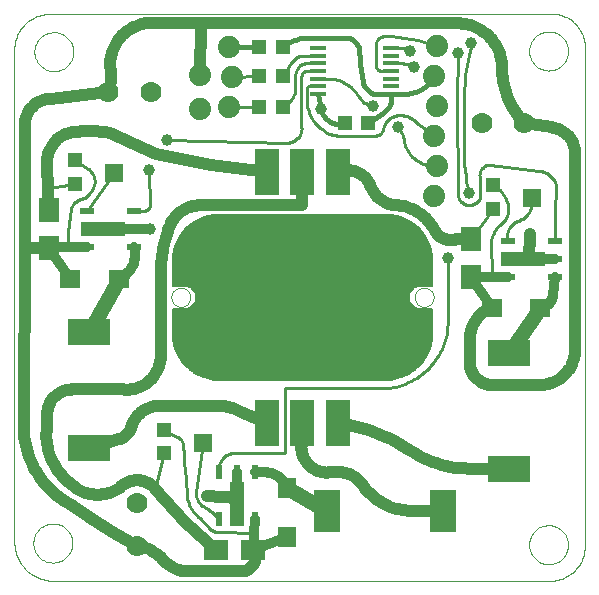
<source format=gtl>
G75*
G70*
%OFA0B0*%
%FSLAX24Y24*%
%IPPOS*%
%LPD*%
%AMOC8*
5,1,8,0,0,1.08239X$1,22.5*
%
%ADD10C,0.0000*%
%ADD11R,0.1417X0.0866*%
%ADD12R,0.0709X0.0630*%
%ADD13R,0.0709X0.0787*%
%ADD14C,0.0700*%
%ADD15R,0.0472X0.0197*%
%ADD16R,0.1496X0.0512*%
%ADD17R,0.0866X0.1417*%
%ADD18R,0.0630X0.0709*%
%ADD19R,0.0787X0.0709*%
%ADD20R,0.0197X0.0472*%
%ADD21R,0.0512X0.1496*%
%ADD22C,0.0050*%
%ADD23R,0.0787X0.1575*%
%ADD24R,0.0571X0.0157*%
%ADD25R,0.0472X0.0472*%
%ADD26C,0.0740*%
%ADD27R,0.0591X0.0630*%
%ADD28C,0.0396*%
%ADD29C,0.0320*%
%ADD30C,0.0400*%
%ADD31C,0.0160*%
%ADD32C,0.0100*%
%ADD33C,0.0500*%
%ADD34C,0.0945*%
D10*
X002197Y001169D02*
X018827Y001169D01*
X018828Y001169D02*
X018893Y001175D01*
X018958Y001185D01*
X019022Y001198D01*
X019085Y001215D01*
X019147Y001236D01*
X019208Y001260D01*
X019267Y001287D01*
X019325Y001318D01*
X019381Y001352D01*
X019435Y001389D01*
X019487Y001429D01*
X019537Y001472D01*
X019584Y001517D01*
X019628Y001565D01*
X019670Y001616D01*
X019708Y001669D01*
X019744Y001723D01*
X019777Y001780D01*
X019806Y001839D01*
X019832Y001899D01*
X019855Y001960D01*
X019874Y002023D01*
X019890Y002086D01*
X019902Y002151D01*
X019910Y002216D01*
X019915Y002281D01*
X019916Y002346D01*
X019913Y002412D01*
X019913Y018974D01*
X019911Y019037D01*
X019906Y019101D01*
X019896Y019164D01*
X019884Y019226D01*
X019867Y019287D01*
X019847Y019348D01*
X019824Y019407D01*
X019797Y019465D01*
X019767Y019520D01*
X019733Y019575D01*
X019697Y019627D01*
X019657Y019677D01*
X019615Y019724D01*
X019570Y019769D01*
X019523Y019811D01*
X019473Y019851D01*
X019421Y019887D01*
X019366Y019921D01*
X019311Y019951D01*
X019253Y019978D01*
X019194Y020001D01*
X019133Y020021D01*
X019072Y020038D01*
X019010Y020050D01*
X018947Y020060D01*
X018883Y020065D01*
X018820Y020067D01*
X002057Y020067D01*
X002057Y020066D02*
X001989Y020062D01*
X001923Y020054D01*
X001856Y020043D01*
X001791Y020028D01*
X001726Y020009D01*
X001663Y019986D01*
X001601Y019960D01*
X001540Y019931D01*
X001481Y019898D01*
X001425Y019862D01*
X001370Y019822D01*
X001317Y019780D01*
X001267Y019735D01*
X001220Y019687D01*
X001175Y019637D01*
X001134Y019584D01*
X001095Y019529D01*
X001060Y019472D01*
X001027Y019413D01*
X000998Y019352D01*
X000973Y019290D01*
X000951Y019226D01*
X000933Y019161D01*
X000918Y019096D01*
X000907Y019029D01*
X000900Y018962D01*
X000896Y018895D01*
X000897Y018828D01*
X000897Y002469D01*
X001529Y002427D02*
X001531Y002477D01*
X001537Y002527D01*
X001547Y002577D01*
X001560Y002625D01*
X001577Y002673D01*
X001598Y002719D01*
X001622Y002763D01*
X001650Y002805D01*
X001681Y002845D01*
X001715Y002882D01*
X001752Y002917D01*
X001791Y002948D01*
X001832Y002977D01*
X001876Y003002D01*
X001922Y003024D01*
X001969Y003042D01*
X002017Y003056D01*
X002066Y003067D01*
X002116Y003074D01*
X002166Y003077D01*
X002217Y003076D01*
X002267Y003071D01*
X002317Y003062D01*
X002365Y003050D01*
X002413Y003033D01*
X002459Y003013D01*
X002504Y002990D01*
X002547Y002963D01*
X002587Y002933D01*
X002625Y002900D01*
X002660Y002864D01*
X002693Y002825D01*
X002722Y002784D01*
X002748Y002741D01*
X002771Y002696D01*
X002790Y002649D01*
X002805Y002601D01*
X002817Y002552D01*
X002825Y002502D01*
X002829Y002452D01*
X002829Y002402D01*
X002825Y002352D01*
X002817Y002302D01*
X002805Y002253D01*
X002790Y002205D01*
X002771Y002158D01*
X002748Y002113D01*
X002722Y002070D01*
X002693Y002029D01*
X002660Y001990D01*
X002625Y001954D01*
X002587Y001921D01*
X002547Y001891D01*
X002504Y001864D01*
X002459Y001841D01*
X002413Y001821D01*
X002365Y001804D01*
X002317Y001792D01*
X002267Y001783D01*
X002217Y001778D01*
X002166Y001777D01*
X002116Y001780D01*
X002066Y001787D01*
X002017Y001798D01*
X001969Y001812D01*
X001922Y001830D01*
X001876Y001852D01*
X001832Y001877D01*
X001791Y001906D01*
X001752Y001937D01*
X001715Y001972D01*
X001681Y002009D01*
X001650Y002049D01*
X001622Y002091D01*
X001598Y002135D01*
X001577Y002181D01*
X001560Y002229D01*
X001547Y002277D01*
X001537Y002327D01*
X001531Y002377D01*
X001529Y002427D01*
X000897Y002469D02*
X000899Y002399D01*
X000905Y002328D01*
X000914Y002259D01*
X000927Y002190D01*
X000944Y002121D01*
X000965Y002054D01*
X000989Y001988D01*
X001017Y001923D01*
X001048Y001860D01*
X001083Y001799D01*
X001121Y001739D01*
X001162Y001682D01*
X001206Y001627D01*
X001253Y001575D01*
X001303Y001525D01*
X001355Y001478D01*
X001410Y001434D01*
X001467Y001393D01*
X001527Y001355D01*
X001588Y001320D01*
X001651Y001289D01*
X001716Y001261D01*
X001782Y001237D01*
X001849Y001216D01*
X001918Y001199D01*
X001987Y001186D01*
X002056Y001177D01*
X002127Y001171D01*
X002197Y001169D01*
X006133Y010618D02*
X006135Y010653D01*
X006141Y010688D01*
X006151Y010722D01*
X006164Y010755D01*
X006181Y010786D01*
X006202Y010814D01*
X006225Y010841D01*
X006252Y010864D01*
X006280Y010885D01*
X006311Y010902D01*
X006344Y010915D01*
X006378Y010925D01*
X006413Y010931D01*
X006448Y010933D01*
X006483Y010931D01*
X006518Y010925D01*
X006552Y010915D01*
X006585Y010902D01*
X006616Y010885D01*
X006644Y010864D01*
X006671Y010841D01*
X006694Y010814D01*
X006715Y010786D01*
X006732Y010755D01*
X006745Y010722D01*
X006755Y010688D01*
X006761Y010653D01*
X006763Y010618D01*
X006761Y010583D01*
X006755Y010548D01*
X006745Y010514D01*
X006732Y010481D01*
X006715Y010450D01*
X006694Y010422D01*
X006671Y010395D01*
X006644Y010372D01*
X006616Y010351D01*
X006585Y010334D01*
X006552Y010321D01*
X006518Y010311D01*
X006483Y010305D01*
X006448Y010303D01*
X006413Y010305D01*
X006378Y010311D01*
X006344Y010321D01*
X006311Y010334D01*
X006280Y010351D01*
X006252Y010372D01*
X006225Y010395D01*
X006202Y010422D01*
X006181Y010450D01*
X006164Y010481D01*
X006151Y010514D01*
X006141Y010548D01*
X006135Y010583D01*
X006133Y010618D01*
X001568Y018805D02*
X001570Y018855D01*
X001576Y018905D01*
X001586Y018955D01*
X001599Y019003D01*
X001616Y019051D01*
X001637Y019097D01*
X001661Y019141D01*
X001689Y019183D01*
X001720Y019223D01*
X001754Y019260D01*
X001791Y019295D01*
X001830Y019326D01*
X001871Y019355D01*
X001915Y019380D01*
X001961Y019402D01*
X002008Y019420D01*
X002056Y019434D01*
X002105Y019445D01*
X002155Y019452D01*
X002205Y019455D01*
X002256Y019454D01*
X002306Y019449D01*
X002356Y019440D01*
X002404Y019428D01*
X002452Y019411D01*
X002498Y019391D01*
X002543Y019368D01*
X002586Y019341D01*
X002626Y019311D01*
X002664Y019278D01*
X002699Y019242D01*
X002732Y019203D01*
X002761Y019162D01*
X002787Y019119D01*
X002810Y019074D01*
X002829Y019027D01*
X002844Y018979D01*
X002856Y018930D01*
X002864Y018880D01*
X002868Y018830D01*
X002868Y018780D01*
X002864Y018730D01*
X002856Y018680D01*
X002844Y018631D01*
X002829Y018583D01*
X002810Y018536D01*
X002787Y018491D01*
X002761Y018448D01*
X002732Y018407D01*
X002699Y018368D01*
X002664Y018332D01*
X002626Y018299D01*
X002586Y018269D01*
X002543Y018242D01*
X002498Y018219D01*
X002452Y018199D01*
X002404Y018182D01*
X002356Y018170D01*
X002306Y018161D01*
X002256Y018156D01*
X002205Y018155D01*
X002155Y018158D01*
X002105Y018165D01*
X002056Y018176D01*
X002008Y018190D01*
X001961Y018208D01*
X001915Y018230D01*
X001871Y018255D01*
X001830Y018284D01*
X001791Y018315D01*
X001754Y018350D01*
X001720Y018387D01*
X001689Y018427D01*
X001661Y018469D01*
X001637Y018513D01*
X001616Y018559D01*
X001599Y018607D01*
X001586Y018655D01*
X001576Y018705D01*
X001570Y018755D01*
X001568Y018805D01*
X014243Y010618D02*
X014245Y010653D01*
X014251Y010688D01*
X014261Y010722D01*
X014274Y010755D01*
X014291Y010786D01*
X014312Y010814D01*
X014335Y010841D01*
X014362Y010864D01*
X014390Y010885D01*
X014421Y010902D01*
X014454Y010915D01*
X014488Y010925D01*
X014523Y010931D01*
X014558Y010933D01*
X014593Y010931D01*
X014628Y010925D01*
X014662Y010915D01*
X014695Y010902D01*
X014726Y010885D01*
X014754Y010864D01*
X014781Y010841D01*
X014804Y010814D01*
X014825Y010786D01*
X014842Y010755D01*
X014855Y010722D01*
X014865Y010688D01*
X014871Y010653D01*
X014873Y010618D01*
X014871Y010583D01*
X014865Y010548D01*
X014855Y010514D01*
X014842Y010481D01*
X014825Y010450D01*
X014804Y010422D01*
X014781Y010395D01*
X014754Y010372D01*
X014726Y010351D01*
X014695Y010334D01*
X014662Y010321D01*
X014628Y010311D01*
X014593Y010305D01*
X014558Y010303D01*
X014523Y010305D01*
X014488Y010311D01*
X014454Y010321D01*
X014421Y010334D01*
X014390Y010351D01*
X014362Y010372D01*
X014335Y010395D01*
X014312Y010422D01*
X014291Y010450D01*
X014274Y010481D01*
X014261Y010514D01*
X014251Y010548D01*
X014245Y010583D01*
X014243Y010618D01*
X018056Y018829D02*
X018058Y018879D01*
X018064Y018929D01*
X018074Y018979D01*
X018087Y019027D01*
X018104Y019075D01*
X018125Y019121D01*
X018149Y019165D01*
X018177Y019207D01*
X018208Y019247D01*
X018242Y019284D01*
X018279Y019319D01*
X018318Y019350D01*
X018359Y019379D01*
X018403Y019404D01*
X018449Y019426D01*
X018496Y019444D01*
X018544Y019458D01*
X018593Y019469D01*
X018643Y019476D01*
X018693Y019479D01*
X018744Y019478D01*
X018794Y019473D01*
X018844Y019464D01*
X018892Y019452D01*
X018940Y019435D01*
X018986Y019415D01*
X019031Y019392D01*
X019074Y019365D01*
X019114Y019335D01*
X019152Y019302D01*
X019187Y019266D01*
X019220Y019227D01*
X019249Y019186D01*
X019275Y019143D01*
X019298Y019098D01*
X019317Y019051D01*
X019332Y019003D01*
X019344Y018954D01*
X019352Y018904D01*
X019356Y018854D01*
X019356Y018804D01*
X019352Y018754D01*
X019344Y018704D01*
X019332Y018655D01*
X019317Y018607D01*
X019298Y018560D01*
X019275Y018515D01*
X019249Y018472D01*
X019220Y018431D01*
X019187Y018392D01*
X019152Y018356D01*
X019114Y018323D01*
X019074Y018293D01*
X019031Y018266D01*
X018986Y018243D01*
X018940Y018223D01*
X018892Y018206D01*
X018844Y018194D01*
X018794Y018185D01*
X018744Y018180D01*
X018693Y018179D01*
X018643Y018182D01*
X018593Y018189D01*
X018544Y018200D01*
X018496Y018214D01*
X018449Y018232D01*
X018403Y018254D01*
X018359Y018279D01*
X018318Y018308D01*
X018279Y018339D01*
X018242Y018374D01*
X018208Y018411D01*
X018177Y018451D01*
X018149Y018493D01*
X018125Y018537D01*
X018104Y018583D01*
X018087Y018631D01*
X018074Y018679D01*
X018064Y018729D01*
X018058Y018779D01*
X018056Y018829D01*
X018056Y002372D02*
X018058Y002422D01*
X018064Y002472D01*
X018074Y002522D01*
X018087Y002570D01*
X018104Y002618D01*
X018125Y002664D01*
X018149Y002708D01*
X018177Y002750D01*
X018208Y002790D01*
X018242Y002827D01*
X018279Y002862D01*
X018318Y002893D01*
X018359Y002922D01*
X018403Y002947D01*
X018449Y002969D01*
X018496Y002987D01*
X018544Y003001D01*
X018593Y003012D01*
X018643Y003019D01*
X018693Y003022D01*
X018744Y003021D01*
X018794Y003016D01*
X018844Y003007D01*
X018892Y002995D01*
X018940Y002978D01*
X018986Y002958D01*
X019031Y002935D01*
X019074Y002908D01*
X019114Y002878D01*
X019152Y002845D01*
X019187Y002809D01*
X019220Y002770D01*
X019249Y002729D01*
X019275Y002686D01*
X019298Y002641D01*
X019317Y002594D01*
X019332Y002546D01*
X019344Y002497D01*
X019352Y002447D01*
X019356Y002397D01*
X019356Y002347D01*
X019352Y002297D01*
X019344Y002247D01*
X019332Y002198D01*
X019317Y002150D01*
X019298Y002103D01*
X019275Y002058D01*
X019249Y002015D01*
X019220Y001974D01*
X019187Y001935D01*
X019152Y001899D01*
X019114Y001866D01*
X019074Y001836D01*
X019031Y001809D01*
X018986Y001786D01*
X018940Y001766D01*
X018892Y001749D01*
X018844Y001737D01*
X018794Y001728D01*
X018744Y001723D01*
X018693Y001722D01*
X018643Y001725D01*
X018593Y001732D01*
X018544Y001743D01*
X018496Y001757D01*
X018449Y001775D01*
X018403Y001797D01*
X018359Y001822D01*
X018318Y001851D01*
X018279Y001882D01*
X018242Y001917D01*
X018208Y001954D01*
X018177Y001994D01*
X018149Y002036D01*
X018125Y002080D01*
X018104Y002126D01*
X018087Y002174D01*
X018074Y002222D01*
X018064Y002272D01*
X018058Y002322D01*
X018056Y002372D01*
D11*
X017390Y004908D03*
X017390Y008766D03*
X003386Y009467D03*
X003386Y005609D03*
D12*
X002762Y011230D03*
X004377Y011230D03*
X016806Y010261D03*
X018420Y010261D03*
D13*
X016109Y011293D03*
X016109Y012553D03*
X002062Y012253D03*
X002062Y013513D03*
D14*
X004029Y017455D03*
X005447Y017455D03*
X016474Y016441D03*
X017891Y016441D03*
X004995Y003759D03*
X004995Y002342D03*
D15*
X004900Y012309D03*
X004900Y012899D03*
X004900Y013490D03*
X003325Y013490D03*
X003325Y012309D03*
X017341Y012494D03*
X017341Y011312D03*
X018916Y011312D03*
X018916Y011903D03*
X018916Y012494D03*
D16*
X017853Y011903D03*
X003837Y012899D03*
D17*
X011316Y003489D03*
X015174Y003489D03*
D18*
X009994Y004259D03*
X009994Y002645D03*
D19*
X008868Y002196D03*
X007608Y002196D03*
D20*
X007734Y003216D03*
X008915Y003216D03*
X008915Y004790D03*
X008325Y004790D03*
X007734Y004790D03*
D21*
X008325Y003727D03*
D22*
X007747Y007862D02*
X007542Y007876D01*
X007340Y007916D01*
X007145Y007982D01*
X006960Y008073D01*
X006789Y008187D01*
X006634Y008323D01*
X006498Y008478D01*
X006384Y008649D01*
X006292Y008834D01*
X006226Y009029D01*
X006186Y009231D01*
X006173Y009437D01*
X006173Y010224D01*
X006566Y010224D01*
X006639Y010231D01*
X006709Y010251D01*
X006774Y010283D01*
X006832Y010327D01*
X006880Y010381D01*
X006919Y010442D01*
X006945Y010510D01*
X006958Y010582D01*
X006958Y010654D01*
X006945Y010726D01*
X006919Y010793D01*
X006880Y010855D01*
X006832Y010909D01*
X006774Y010953D01*
X006709Y010985D01*
X006639Y011005D01*
X006566Y011012D01*
X006173Y011012D01*
X006173Y011799D01*
X006186Y012005D01*
X006226Y012207D01*
X006292Y012402D01*
X006384Y012586D01*
X006498Y012758D01*
X006634Y012913D01*
X006789Y013048D01*
X006960Y013163D01*
X007145Y013254D01*
X007340Y013320D01*
X007542Y013360D01*
X007747Y013374D01*
X013259Y013374D01*
X013465Y013360D01*
X013667Y013320D01*
X013862Y013254D01*
X014047Y013163D01*
X014218Y013048D01*
X014373Y012913D01*
X014509Y012758D01*
X014623Y012586D01*
X014714Y012402D01*
X014780Y012207D01*
X014821Y012005D01*
X014834Y011799D01*
X014834Y011012D01*
X014440Y011012D01*
X014368Y011005D01*
X014298Y010985D01*
X014233Y010953D01*
X014175Y010909D01*
X014126Y010855D01*
X014088Y010793D01*
X014062Y010726D01*
X014048Y010654D01*
X014048Y010582D01*
X014062Y010510D01*
X014088Y010442D01*
X014126Y010381D01*
X014175Y010327D01*
X014233Y010283D01*
X014298Y010251D01*
X014368Y010231D01*
X014440Y010224D01*
X014834Y010224D01*
X014834Y009437D01*
X014821Y009231D01*
X014780Y009029D01*
X014714Y008834D01*
X014623Y008649D01*
X014509Y008478D01*
X014373Y008323D01*
X014218Y008187D01*
X014047Y008073D01*
X013862Y007982D01*
X013667Y007916D01*
X013465Y007876D01*
X013259Y007862D01*
X007747Y007862D01*
X007655Y007868D02*
X013352Y007868D01*
X013670Y007917D02*
X007337Y007917D01*
X007194Y007965D02*
X013813Y007965D01*
X013926Y008014D02*
X007080Y008014D01*
X006982Y008062D02*
X014025Y008062D01*
X014103Y008111D02*
X006903Y008111D01*
X006831Y008159D02*
X014176Y008159D01*
X014241Y008208D02*
X006765Y008208D01*
X006710Y008256D02*
X014297Y008256D01*
X014352Y008305D02*
X006655Y008305D01*
X006607Y008354D02*
X014399Y008354D01*
X014442Y008402D02*
X006565Y008402D01*
X006522Y008451D02*
X014484Y008451D01*
X014523Y008499D02*
X006484Y008499D01*
X006452Y008548D02*
X014555Y008548D01*
X014588Y008596D02*
X006419Y008596D01*
X006387Y008645D02*
X014620Y008645D01*
X014645Y008693D02*
X006362Y008693D01*
X006338Y008742D02*
X014669Y008742D01*
X014693Y008790D02*
X006314Y008790D01*
X006291Y008839D02*
X014716Y008839D01*
X014732Y008888D02*
X006274Y008888D01*
X006258Y008936D02*
X014749Y008936D01*
X014765Y008985D02*
X006241Y008985D01*
X006226Y009033D02*
X014781Y009033D01*
X014791Y009082D02*
X006216Y009082D01*
X006206Y009130D02*
X014800Y009130D01*
X014810Y009179D02*
X006197Y009179D01*
X006187Y009227D02*
X014820Y009227D01*
X014824Y009276D02*
X006183Y009276D01*
X006180Y009324D02*
X014827Y009324D01*
X014830Y009373D02*
X006177Y009373D01*
X006174Y009421D02*
X014833Y009421D01*
X014834Y009470D02*
X006173Y009470D01*
X006173Y009519D02*
X014834Y009519D01*
X014834Y009567D02*
X006173Y009567D01*
X006173Y009616D02*
X014834Y009616D01*
X014834Y009664D02*
X006173Y009664D01*
X006173Y009713D02*
X014834Y009713D01*
X014834Y009761D02*
X006173Y009761D01*
X006173Y009810D02*
X014834Y009810D01*
X014834Y009858D02*
X006173Y009858D01*
X006173Y009907D02*
X014834Y009907D01*
X014834Y009955D02*
X006173Y009955D01*
X006173Y010004D02*
X014834Y010004D01*
X014834Y010053D02*
X006173Y010053D01*
X006173Y010101D02*
X014834Y010101D01*
X014834Y010150D02*
X006173Y010150D01*
X006173Y010198D02*
X014834Y010198D01*
X014312Y010247D02*
X006694Y010247D01*
X006789Y010295D02*
X014217Y010295D01*
X014160Y010344D02*
X006847Y010344D01*
X006888Y010392D02*
X014119Y010392D01*
X014089Y010441D02*
X006918Y010441D01*
X006937Y010489D02*
X014070Y010489D01*
X014056Y010538D02*
X006950Y010538D01*
X006958Y010587D02*
X014048Y010587D01*
X014048Y010635D02*
X006958Y010635D01*
X006953Y010684D02*
X014054Y010684D01*
X014064Y010732D02*
X006942Y010732D01*
X006924Y010781D02*
X014083Y010781D01*
X014110Y010829D02*
X006897Y010829D01*
X006860Y010878D02*
X014147Y010878D01*
X014198Y010926D02*
X006808Y010926D01*
X006729Y010975D02*
X014278Y010975D01*
X014834Y011023D02*
X006173Y011023D01*
X006173Y011072D02*
X014834Y011072D01*
X014834Y011121D02*
X006173Y011121D01*
X006173Y011169D02*
X014834Y011169D01*
X014834Y011218D02*
X006173Y011218D01*
X006173Y011266D02*
X014834Y011266D01*
X014834Y011315D02*
X006173Y011315D01*
X006173Y011363D02*
X014834Y011363D01*
X014834Y011412D02*
X006173Y011412D01*
X006173Y011460D02*
X014834Y011460D01*
X014834Y011509D02*
X006173Y011509D01*
X006173Y011557D02*
X014834Y011557D01*
X014834Y011606D02*
X006173Y011606D01*
X006173Y011654D02*
X014834Y011654D01*
X014834Y011703D02*
X006173Y011703D01*
X006173Y011752D02*
X014834Y011752D01*
X014834Y011800D02*
X006173Y011800D01*
X006176Y011849D02*
X014831Y011849D01*
X014828Y011897D02*
X006179Y011897D01*
X006182Y011946D02*
X014824Y011946D01*
X014821Y011994D02*
X006185Y011994D01*
X006194Y012043D02*
X014813Y012043D01*
X014803Y012091D02*
X006203Y012091D01*
X006213Y012140D02*
X014794Y012140D01*
X014784Y012188D02*
X006223Y012188D01*
X006237Y012237D02*
X014770Y012237D01*
X014754Y012286D02*
X006253Y012286D01*
X006270Y012334D02*
X014737Y012334D01*
X014721Y012383D02*
X006286Y012383D01*
X006307Y012431D02*
X014700Y012431D01*
X014676Y012480D02*
X006331Y012480D01*
X006355Y012528D02*
X014652Y012528D01*
X014628Y012577D02*
X006379Y012577D01*
X006410Y012625D02*
X014597Y012625D01*
X014565Y012674D02*
X006442Y012674D01*
X006474Y012722D02*
X014532Y012722D01*
X014497Y012771D02*
X006510Y012771D01*
X006552Y012820D02*
X014454Y012820D01*
X014412Y012868D02*
X006595Y012868D01*
X006638Y012917D02*
X014368Y012917D01*
X014313Y012965D02*
X006694Y012965D01*
X006749Y013014D02*
X014257Y013014D01*
X014197Y013062D02*
X006809Y013062D01*
X006882Y013111D02*
X014125Y013111D01*
X014052Y013159D02*
X006955Y013159D01*
X007051Y013208D02*
X013955Y013208D01*
X013855Y013256D02*
X007152Y013256D01*
X007295Y013305D02*
X013712Y013305D01*
X013499Y013354D02*
X007507Y013354D01*
D23*
X009322Y014791D03*
X010503Y014791D03*
X011684Y014791D03*
X011684Y006445D03*
X010503Y006445D03*
X009322Y006445D03*
D24*
X011023Y017397D03*
X011023Y017653D03*
X011023Y017909D03*
X011023Y018165D03*
X011023Y018421D03*
X011023Y018677D03*
X011023Y018933D03*
X013464Y018933D03*
X013464Y018677D03*
X013464Y018421D03*
X013464Y018165D03*
X013464Y017909D03*
X013464Y017653D03*
X013464Y017397D03*
D25*
X012701Y016416D03*
X011914Y016416D03*
X009854Y016967D03*
X009067Y016967D03*
X009064Y017994D03*
X009851Y017994D03*
X009849Y018972D03*
X009061Y018972D03*
X002905Y015185D03*
X002905Y014397D03*
X005897Y006209D03*
X005897Y005421D03*
X016842Y013571D03*
X016842Y014358D03*
D26*
X015002Y015004D03*
X014902Y016004D03*
X015002Y017004D03*
X014902Y018004D03*
X015002Y019004D03*
X014902Y014004D03*
X008046Y016970D03*
X008146Y017970D03*
X008046Y018970D03*
X007098Y018040D03*
X007098Y016900D03*
D27*
X004204Y014752D03*
X007196Y005775D03*
X018141Y013925D03*
D28*
X018102Y012744D03*
X016054Y014083D03*
X015346Y011917D03*
X013692Y016287D03*
X012866Y016996D03*
X014204Y018295D03*
X014086Y018846D03*
X015700Y018768D03*
X016133Y019083D03*
X011125Y016887D03*
X005976Y015875D03*
X005385Y014870D03*
X005428Y012907D03*
X007314Y004004D03*
D29*
X008325Y003925D02*
X008325Y003727D01*
X008325Y003925D02*
X008325Y004790D01*
X008915Y004790D02*
X009199Y004794D01*
X009256Y004793D01*
X009312Y004788D01*
X009368Y004779D01*
X009423Y004767D01*
X009478Y004750D01*
X009531Y004731D01*
X009582Y004707D01*
X009632Y004680D01*
X009680Y004650D01*
X009726Y004617D01*
X009770Y004581D01*
X009811Y004542D01*
X009849Y004500D01*
X009884Y004456D01*
X009917Y004410D01*
X009946Y004361D01*
X009972Y004311D01*
X009994Y004258D01*
X008915Y003216D02*
X008895Y002774D01*
X008868Y002196D01*
X009994Y002645D01*
X016806Y010261D02*
X016109Y011293D01*
X016806Y011304D01*
X017341Y011312D01*
X017853Y011903D02*
X018062Y011903D01*
X018916Y011903D01*
X018916Y011312D02*
X018853Y010702D01*
X018847Y010661D01*
X018837Y010620D01*
X018824Y010581D01*
X018808Y010542D01*
X018789Y010505D01*
X018766Y010470D01*
X018741Y010437D01*
X018713Y010406D01*
X018683Y010378D01*
X018650Y010352D01*
X018615Y010329D01*
X018579Y010309D01*
X018541Y010292D01*
X018501Y010278D01*
X018461Y010268D01*
X018420Y010261D01*
X004916Y012080D02*
X004900Y012309D01*
X004900Y012899D02*
X003837Y012899D01*
X003325Y012309D02*
X002677Y012280D01*
X002062Y012253D01*
X002762Y011230D01*
X004376Y011230D02*
X004429Y011252D01*
X004479Y011278D01*
X004528Y011307D01*
X004575Y011339D01*
X004619Y011375D01*
X004661Y011413D01*
X004700Y011454D01*
X004737Y011497D01*
X004770Y011543D01*
X004801Y011591D01*
X004828Y011641D01*
X004851Y011692D01*
X004872Y011745D01*
X004888Y011800D01*
X004901Y011855D01*
X004911Y011911D01*
X004916Y011967D01*
X004918Y012024D01*
X004916Y012081D01*
X004900Y012899D02*
X005428Y012907D01*
D30*
X005621Y015381D02*
X004086Y016090D01*
X002708Y016090D02*
X002650Y016071D01*
X002593Y016048D01*
X002538Y016022D01*
X002484Y015992D01*
X002433Y015960D01*
X002383Y015924D01*
X002335Y015885D01*
X002290Y015844D01*
X002248Y015800D01*
X002208Y015753D01*
X002171Y015704D01*
X002138Y015653D01*
X002107Y015600D01*
X002079Y015546D01*
X002055Y015489D01*
X002035Y015432D01*
X002018Y015373D01*
X002004Y015313D01*
X001994Y015253D01*
X001988Y015192D01*
X001985Y015131D01*
X001986Y015070D01*
X001991Y015009D01*
X001999Y014948D01*
X001999Y014949D02*
X002029Y014276D01*
X002062Y013513D01*
X002062Y012253D02*
X001251Y012271D01*
X001251Y016366D01*
X001253Y016423D01*
X001258Y016479D01*
X001268Y016535D01*
X001281Y016590D01*
X001297Y016644D01*
X001317Y016697D01*
X001340Y016749D01*
X001367Y016799D01*
X001397Y016847D01*
X001430Y016893D01*
X001466Y016937D01*
X001505Y016978D01*
X001546Y017017D01*
X001590Y017053D01*
X001636Y017086D01*
X001684Y017116D01*
X001734Y017143D01*
X001786Y017166D01*
X001839Y017186D01*
X001893Y017202D01*
X001948Y017215D01*
X002004Y017225D01*
X002060Y017230D01*
X002117Y017232D01*
X004029Y017455D02*
X004054Y017536D01*
X004074Y017618D01*
X004091Y017701D01*
X004104Y017784D01*
X004113Y017868D01*
X004119Y017953D01*
X004120Y018037D01*
X004117Y018122D01*
X004111Y018206D01*
X004100Y018290D01*
X004086Y018373D01*
X004086Y018374D02*
X004089Y018447D01*
X004096Y018519D01*
X004107Y018591D01*
X004121Y018663D01*
X004139Y018733D01*
X004160Y018803D01*
X004185Y018871D01*
X004214Y018939D01*
X004245Y019004D01*
X004281Y019068D01*
X004319Y019130D01*
X004360Y019190D01*
X004405Y019247D01*
X004452Y019303D01*
X004503Y019356D01*
X004555Y019406D01*
X004611Y019453D01*
X004668Y019498D01*
X004728Y019539D01*
X004790Y019578D01*
X004854Y019613D01*
X004920Y019645D01*
X004987Y019673D01*
X005055Y019698D01*
X005125Y019719D01*
X005196Y019737D01*
X005267Y019751D01*
X005267Y019752D02*
X007127Y019747D01*
X007098Y018040D01*
X007127Y019747D02*
X015661Y019752D01*
X004995Y002342D02*
X004227Y002772D01*
X003477Y003235D01*
X002747Y003728D01*
X002827Y004358D02*
X002882Y004313D01*
X002939Y004271D01*
X002998Y004232D01*
X003060Y004197D01*
X003123Y004164D01*
X003188Y004136D01*
X003255Y004111D01*
X003322Y004090D01*
X003391Y004072D01*
X003461Y004059D01*
X003531Y004049D01*
X003602Y004043D01*
X003673Y004041D01*
X003744Y004043D01*
X003815Y004049D01*
X003885Y004059D01*
X003955Y004072D01*
X004024Y004090D01*
X004091Y004111D01*
X004158Y004136D01*
X004223Y004164D01*
X004286Y004197D01*
X004348Y004232D01*
X004407Y004271D01*
X004464Y004313D01*
X004519Y004358D01*
X004563Y004390D01*
X004608Y004419D01*
X004656Y004444D01*
X004705Y004466D01*
X004756Y004485D01*
X004807Y004500D01*
X004860Y004511D01*
X004914Y004518D01*
X004967Y004522D01*
X005021Y004521D01*
X005075Y004517D01*
X005128Y004510D01*
X005181Y004498D01*
X005233Y004483D01*
X005283Y004464D01*
X005332Y004441D01*
X005379Y004415D01*
X005425Y004386D01*
X005468Y004354D01*
X005509Y004319D01*
X005547Y004281D01*
X005582Y004240D01*
X005779Y001956D02*
X005819Y001906D01*
X005862Y001857D01*
X005907Y001811D01*
X005954Y001768D01*
X006004Y001727D01*
X006056Y001689D01*
X006111Y001654D01*
X006167Y001622D01*
X006224Y001593D01*
X006283Y001568D01*
X006344Y001545D01*
X006405Y001527D01*
X006468Y001511D01*
X006531Y001499D01*
X006595Y001490D01*
X006659Y001485D01*
X006724Y001484D01*
X007608Y002196D02*
X006960Y002783D01*
X007314Y004004D02*
X008325Y003925D01*
X008456Y006798D02*
X008393Y006832D01*
X008328Y006863D01*
X008262Y006891D01*
X008194Y006916D01*
X008126Y006937D01*
X008057Y006955D01*
X007986Y006970D01*
X007916Y006982D01*
X007844Y006990D01*
X007773Y006995D01*
X007701Y006997D01*
X007629Y006995D01*
X010503Y006444D02*
X010519Y006386D01*
X010531Y006328D01*
X010539Y006268D01*
X010544Y006209D01*
X010546Y006149D01*
X010544Y006089D01*
X010539Y006030D01*
X010531Y005970D01*
X010519Y005912D01*
X010503Y005854D01*
X010489Y005799D01*
X010479Y005744D01*
X010472Y005688D01*
X010469Y005631D01*
X010470Y005574D01*
X010475Y005518D01*
X010483Y005462D01*
X010496Y005407D01*
X010512Y005352D01*
X010532Y005299D01*
X010555Y005248D01*
X010581Y005198D01*
X010611Y005150D01*
X010645Y005104D01*
X010681Y005060D01*
X010720Y005019D01*
X010761Y004981D01*
X010806Y004946D01*
X010852Y004913D01*
X010901Y004884D01*
X010951Y004858D01*
X011003Y004836D01*
X011057Y004817D01*
X011111Y004802D01*
X011167Y004791D01*
X011223Y004783D01*
X011279Y004779D01*
X011336Y004779D01*
X011392Y004783D01*
X011448Y004791D01*
X011449Y004791D02*
X011512Y004800D01*
X011575Y004806D01*
X011639Y004807D01*
X011702Y004805D01*
X011766Y004799D01*
X011829Y004789D01*
X011891Y004776D01*
X011952Y004759D01*
X012012Y004738D01*
X012071Y004714D01*
X012129Y004687D01*
X012185Y004656D01*
X012238Y004622D01*
X012290Y004585D01*
X012340Y004545D01*
X012387Y004502D01*
X012431Y004457D01*
X012473Y004409D01*
X012512Y004358D01*
X014204Y003492D02*
X015174Y003489D01*
X016054Y004909D02*
X017390Y004908D01*
X001961Y005933D02*
X001976Y006288D01*
X002000Y006642D01*
X001212Y006523D02*
X001251Y012271D01*
X002708Y016090D02*
X002860Y016119D01*
X003012Y016142D01*
X003166Y016157D01*
X003320Y016164D01*
X003474Y016164D01*
X003628Y016157D01*
X003782Y016142D01*
X003934Y016119D01*
X004086Y016090D01*
X007157Y013689D02*
X010503Y013689D01*
X010503Y014791D01*
X011684Y014791D02*
X011738Y014810D01*
X011792Y014826D01*
X011847Y014838D01*
X011903Y014846D01*
X011959Y014851D01*
X012016Y014852D01*
X012072Y014849D01*
X012128Y014842D01*
X012184Y014832D01*
X012238Y014817D01*
X012292Y014800D01*
X012344Y014778D01*
X012395Y014753D01*
X012444Y014725D01*
X012491Y014694D01*
X012536Y014659D01*
X012578Y014622D01*
X012618Y014582D01*
X012655Y014539D01*
X012689Y014494D01*
X012720Y014446D01*
X012747Y014397D01*
X012747Y014398D02*
X012767Y014339D01*
X012791Y014282D01*
X012818Y014227D01*
X012848Y014173D01*
X012881Y014121D01*
X012918Y014071D01*
X012957Y014023D01*
X012999Y013978D01*
X013044Y013935D01*
X013091Y013896D01*
X013140Y013858D01*
X013192Y013824D01*
X013245Y013794D01*
X013300Y013766D01*
X013357Y013741D01*
X013415Y013721D01*
X013474Y013703D01*
X013534Y013689D01*
X013535Y013689D02*
X013610Y013688D01*
X013684Y013683D01*
X013759Y013675D01*
X013833Y013663D01*
X013906Y013647D01*
X013978Y013627D01*
X014049Y013604D01*
X014119Y013578D01*
X014187Y013548D01*
X014254Y013515D01*
X014319Y013478D01*
X014383Y013438D01*
X014444Y013395D01*
X014503Y013350D01*
X014560Y013301D01*
X014614Y013249D01*
X014665Y013195D01*
X014714Y013139D01*
X014760Y013080D01*
X014803Y013018D01*
X014843Y012955D01*
X014879Y012890D01*
X014913Y012823D01*
X014912Y012823D02*
X014942Y012781D01*
X014974Y012743D01*
X015010Y012706D01*
X015048Y012673D01*
X015088Y012643D01*
X015131Y012615D01*
X015176Y012592D01*
X015223Y012572D01*
X015271Y012555D01*
X015320Y012542D01*
X015369Y012533D01*
X015420Y012528D01*
X015471Y012527D01*
X015521Y012530D01*
X015571Y012537D01*
X015621Y012547D01*
X005582Y004240D02*
X005905Y003856D01*
X006243Y003485D01*
X006595Y003127D01*
X006960Y002783D01*
X008457Y001484D02*
X008498Y001485D01*
X008540Y001490D01*
X008580Y001498D01*
X008620Y001510D01*
X008659Y001526D01*
X008696Y001545D01*
X008731Y001567D01*
X008765Y001592D01*
X008796Y001620D01*
X008824Y001651D01*
X008849Y001684D01*
X008872Y001719D01*
X008891Y001756D01*
X008907Y001794D01*
X008919Y001834D01*
X008928Y001875D01*
X008933Y001916D01*
X008935Y001958D01*
X008933Y001999D01*
X008927Y002040D01*
X008917Y002081D01*
X008904Y002121D01*
X008888Y002159D01*
X008868Y002196D01*
X011685Y006444D02*
X011945Y006400D01*
X012203Y006344D01*
X012458Y006277D01*
X012710Y006198D01*
X012958Y006108D01*
X013202Y006007D01*
X013441Y005896D01*
X013675Y005774D01*
X013903Y005642D01*
X014125Y005499D01*
X012511Y004358D02*
X012570Y004280D01*
X012634Y004204D01*
X012701Y004132D01*
X012771Y004062D01*
X012844Y003996D01*
X012921Y003934D01*
X013000Y003875D01*
X013082Y003820D01*
X013167Y003769D01*
X013253Y003722D01*
X013342Y003679D01*
X013433Y003641D01*
X013526Y003606D01*
X013620Y003576D01*
X013715Y003551D01*
X013811Y003530D01*
X013909Y003514D01*
X014007Y003502D01*
X014105Y003495D01*
X014204Y003492D01*
X016803Y007705D02*
X018299Y007705D01*
X018298Y007705D02*
X018366Y007701D01*
X018434Y007700D01*
X018502Y007704D01*
X018570Y007711D01*
X018637Y007722D01*
X018704Y007737D01*
X018769Y007755D01*
X018834Y007778D01*
X018897Y007804D01*
X018958Y007834D01*
X019017Y007867D01*
X019075Y007903D01*
X019130Y007943D01*
X019183Y007986D01*
X019234Y008032D01*
X019281Y008080D01*
X019326Y008132D01*
X019368Y008185D01*
X019407Y008242D01*
X019442Y008300D01*
X019474Y008360D01*
X019502Y008422D01*
X019527Y008485D01*
X019548Y008550D01*
X019566Y008616D01*
X019579Y008683D01*
X019589Y008750D01*
X019595Y008818D01*
X019597Y008886D01*
X019598Y008886D02*
X019598Y015382D01*
X019597Y015382D02*
X019595Y015441D01*
X019589Y015501D01*
X019580Y015559D01*
X019566Y015617D01*
X019549Y015674D01*
X019528Y015730D01*
X019504Y015784D01*
X019476Y015837D01*
X019445Y015887D01*
X019410Y015936D01*
X019373Y015982D01*
X019332Y016025D01*
X019289Y016066D01*
X019243Y016104D01*
X019195Y016139D01*
X019145Y016171D01*
X019093Y016199D01*
X019039Y016224D01*
X018983Y016245D01*
X018926Y016263D01*
X018869Y016277D01*
X018810Y016287D01*
X017892Y016441D02*
X017810Y016529D01*
X017732Y016621D01*
X017659Y016716D01*
X017590Y016815D01*
X017525Y016917D01*
X017466Y017022D01*
X017411Y017129D01*
X017362Y017239D01*
X017317Y017351D01*
X017278Y017465D01*
X017245Y017580D01*
X017216Y017697D01*
X017193Y017815D01*
X017176Y017935D01*
X017164Y018054D01*
X017158Y018175D01*
X017157Y018295D01*
X017153Y018372D01*
X017145Y018448D01*
X017134Y018525D01*
X017118Y018600D01*
X017098Y018675D01*
X017075Y018748D01*
X017047Y018820D01*
X017016Y018891D01*
X016982Y018959D01*
X016944Y019026D01*
X016903Y019091D01*
X016858Y019154D01*
X016810Y019215D01*
X016759Y019272D01*
X016705Y019328D01*
X016649Y019380D01*
X016590Y019429D01*
X016528Y019475D01*
X016464Y019518D01*
X016398Y019558D01*
X016330Y019594D01*
X016260Y019627D01*
X016189Y019656D01*
X016116Y019681D01*
X016042Y019703D01*
X015967Y019720D01*
X015891Y019734D01*
X015815Y019744D01*
X015738Y019750D01*
X015661Y019752D01*
X009322Y006445D02*
X008456Y006799D01*
X005740Y006996D02*
X005679Y006995D01*
X005619Y006990D01*
X005559Y006981D01*
X005500Y006968D01*
X005442Y006952D01*
X005385Y006933D01*
X005329Y006909D01*
X005275Y006883D01*
X005222Y006853D01*
X005172Y006820D01*
X005124Y006783D01*
X005078Y006744D01*
X005034Y006702D01*
X004993Y006658D01*
X004955Y006610D01*
X004920Y006561D01*
X004889Y006510D01*
X004860Y006457D01*
X004835Y006402D01*
X004813Y006345D01*
X004795Y006288D01*
X004401Y005894D02*
X003386Y005609D01*
X002826Y004358D02*
X002745Y004422D01*
X002668Y004490D01*
X002594Y004561D01*
X002523Y004636D01*
X002456Y004713D01*
X002392Y004794D01*
X002333Y004878D01*
X002277Y004964D01*
X002225Y005053D01*
X002178Y005145D01*
X002135Y005238D01*
X002096Y005333D01*
X002062Y005430D01*
X002032Y005529D01*
X002007Y005628D01*
X001986Y005729D01*
X001971Y005831D01*
X001960Y005933D01*
X001999Y006642D02*
X001996Y006697D01*
X001997Y006752D01*
X002001Y006807D01*
X002009Y006862D01*
X002020Y006915D01*
X002035Y006969D01*
X002054Y007021D01*
X002075Y007071D01*
X002101Y007120D01*
X002129Y007168D01*
X002160Y007213D01*
X002195Y007256D01*
X002232Y007297D01*
X002272Y007335D01*
X002314Y007370D01*
X002359Y007403D01*
X002405Y007432D01*
X002454Y007459D01*
X002504Y007482D01*
X002555Y007502D01*
X002608Y007518D01*
X002662Y007531D01*
X002716Y007540D01*
X002771Y007545D01*
X002826Y007547D01*
X004519Y007547D01*
X004795Y006287D02*
X004781Y006245D01*
X004764Y006203D01*
X004744Y006163D01*
X004720Y006125D01*
X004694Y006089D01*
X004665Y006055D01*
X004633Y006023D01*
X004599Y005994D01*
X004563Y005968D01*
X004525Y005944D01*
X004485Y005924D01*
X004443Y005907D01*
X004401Y005893D01*
X002747Y003729D02*
X002626Y003799D01*
X002507Y003874D01*
X002393Y003956D01*
X002282Y004042D01*
X002176Y004134D01*
X002074Y004231D01*
X001977Y004332D01*
X001885Y004438D01*
X001798Y004548D01*
X001716Y004662D01*
X001640Y004780D01*
X001570Y004901D01*
X001505Y005026D01*
X001447Y005153D01*
X001394Y005284D01*
X001348Y005416D01*
X001308Y005551D01*
X001274Y005687D01*
X001247Y005825D01*
X001227Y005964D01*
X001213Y006103D01*
X001206Y006243D01*
X001206Y006384D01*
X001212Y006524D01*
X004519Y007548D02*
X004585Y007543D01*
X004651Y007542D01*
X004717Y007545D01*
X004783Y007552D01*
X004848Y007563D01*
X004912Y007577D01*
X004976Y007595D01*
X005038Y007616D01*
X005099Y007642D01*
X005159Y007670D01*
X005217Y007702D01*
X005272Y007737D01*
X005326Y007776D01*
X005377Y007817D01*
X005426Y007862D01*
X005473Y007909D01*
X005516Y007958D01*
X005557Y008010D01*
X005594Y008065D01*
X005629Y008121D01*
X005660Y008179D01*
X005687Y008239D01*
X005711Y008301D01*
X005732Y008363D01*
X005749Y008427D01*
X005762Y008492D01*
X005771Y008557D01*
X005777Y008623D01*
X005779Y008689D01*
X005779Y011523D01*
X006015Y012822D02*
X006032Y012885D01*
X006053Y012946D01*
X006077Y013006D01*
X006104Y013065D01*
X006134Y013122D01*
X006168Y013177D01*
X006205Y013230D01*
X006245Y013281D01*
X006288Y013329D01*
X006333Y013375D01*
X006381Y013419D01*
X006431Y013459D01*
X006484Y013497D01*
X006539Y013531D01*
X006595Y013562D01*
X006653Y013591D01*
X006713Y013615D01*
X006774Y013636D01*
X006836Y013654D01*
X006899Y013668D01*
X006963Y013679D01*
X007028Y013686D01*
X007092Y013689D01*
X007157Y013688D01*
X006014Y012823D02*
X005953Y012611D01*
X005900Y012397D01*
X005856Y012180D01*
X005821Y011963D01*
X005795Y011743D01*
X005778Y011523D01*
X005621Y015383D02*
X007464Y015043D01*
X009322Y014792D01*
X015622Y012548D02*
X015784Y012556D01*
X015947Y012558D01*
X016109Y012553D01*
X018102Y012744D02*
X018062Y011903D01*
X016806Y010261D02*
X016748Y010240D01*
X016691Y010215D01*
X016636Y010188D01*
X016582Y010157D01*
X016531Y010123D01*
X016482Y010086D01*
X016435Y010046D01*
X016390Y010003D01*
X016348Y009958D01*
X016309Y009910D01*
X016273Y009860D01*
X016240Y009808D01*
X016210Y009754D01*
X016183Y009699D01*
X016160Y009641D01*
X016140Y009583D01*
X016123Y009524D01*
X016111Y009463D01*
X016101Y009402D01*
X016096Y009341D01*
X016094Y009279D01*
X016094Y008531D01*
X014125Y005500D02*
X014258Y005415D01*
X014394Y005336D01*
X014534Y005263D01*
X014677Y005197D01*
X014822Y005138D01*
X014971Y005085D01*
X015121Y005039D01*
X015274Y005000D01*
X015428Y004967D01*
X015583Y004942D01*
X015740Y004924D01*
X015897Y004913D01*
X016054Y004909D01*
X016803Y007705D02*
X016752Y007707D01*
X016700Y007712D01*
X016650Y007722D01*
X016600Y007734D01*
X016551Y007751D01*
X016503Y007771D01*
X016457Y007794D01*
X016413Y007820D01*
X016371Y007850D01*
X016331Y007882D01*
X016294Y007918D01*
X016259Y007955D01*
X016227Y007996D01*
X016197Y008038D01*
X016171Y008083D01*
X016149Y008129D01*
X016129Y008177D01*
X016113Y008226D01*
X016101Y008276D01*
X016092Y008326D01*
X016087Y008378D01*
X016086Y008429D01*
X016088Y008481D01*
X016094Y008532D01*
X008456Y001484D02*
X006724Y001484D01*
X017891Y016441D02*
X018810Y016288D01*
X007629Y006996D02*
X005739Y006996D01*
X004996Y002342D02*
X005074Y002325D01*
X005152Y002303D01*
X005228Y002278D01*
X005303Y002250D01*
X005377Y002218D01*
X005449Y002183D01*
X005519Y002144D01*
X005587Y002102D01*
X005654Y002057D01*
X005718Y002008D01*
X005779Y001957D01*
X004030Y017455D02*
X002118Y017232D01*
D31*
X008046Y018970D02*
X009061Y018972D01*
X010706Y019279D02*
X011927Y019279D01*
X011968Y019277D01*
X012009Y019272D01*
X012049Y019263D01*
X012088Y019251D01*
X012126Y019235D01*
X012163Y019216D01*
X012198Y019194D01*
X012230Y019169D01*
X012261Y019141D01*
X012289Y019110D01*
X012314Y019078D01*
X012336Y019043D01*
X012355Y019006D01*
X012371Y018968D01*
X012383Y018929D01*
X012392Y018889D01*
X012397Y018848D01*
X012399Y018807D01*
X012517Y017783D02*
X012529Y017740D01*
X012545Y017699D01*
X012565Y017659D01*
X012587Y017620D01*
X012613Y017584D01*
X012642Y017550D01*
X012673Y017519D01*
X012707Y017491D01*
X012744Y017465D01*
X012782Y017443D01*
X012823Y017424D01*
X012864Y017409D01*
X012907Y017397D01*
X013464Y017397D01*
X013810Y017390D01*
X013187Y016760D02*
X012701Y016416D01*
X013187Y016760D02*
X013225Y016789D01*
X013262Y016822D01*
X013296Y016857D01*
X013327Y016894D01*
X013356Y016933D01*
X013382Y016975D01*
X013404Y017018D01*
X013424Y017062D01*
X013440Y017108D01*
X013453Y017156D01*
X013462Y017203D01*
X013468Y017252D01*
X013470Y017300D01*
X013469Y017349D01*
X013464Y017398D01*
X013810Y017389D02*
X013880Y017390D01*
X013949Y017394D01*
X014017Y017402D01*
X014085Y017414D01*
X014153Y017430D01*
X014219Y017450D01*
X014284Y017473D01*
X014348Y017500D01*
X014410Y017530D01*
X014471Y017564D01*
X014529Y017602D01*
X014585Y017642D01*
X014639Y017686D01*
X014690Y017732D01*
X014738Y017782D01*
X014784Y017834D01*
X014827Y017888D01*
X014866Y017945D01*
X014902Y018004D01*
X012517Y017783D02*
X012475Y017985D01*
X012442Y018189D01*
X012418Y018394D01*
X012404Y018601D01*
X012399Y018807D01*
X011023Y017397D02*
X011125Y016887D01*
X011136Y016841D01*
X011150Y016797D01*
X011168Y016753D01*
X011189Y016711D01*
X011213Y016671D01*
X011240Y016632D01*
X011270Y016596D01*
X011303Y016562D01*
X011338Y016531D01*
X011375Y016502D01*
X011415Y016476D01*
X011456Y016454D01*
X011499Y016435D01*
X011543Y016419D01*
X011588Y016406D01*
X011635Y016397D01*
X011681Y016391D01*
X011728Y016389D01*
X011775Y016391D01*
X011822Y016396D01*
X011868Y016404D01*
X011914Y016416D01*
X010706Y019279D02*
X010635Y019277D01*
X010563Y019271D01*
X010492Y019262D01*
X010422Y019249D01*
X010353Y019232D01*
X010284Y019211D01*
X010217Y019187D01*
X010151Y019160D01*
X010087Y019129D01*
X010024Y019094D01*
X009963Y019056D01*
X009905Y019016D01*
X009848Y018972D01*
D32*
X010523Y018677D02*
X011023Y018677D01*
X011023Y018421D02*
X010653Y018421D01*
X010523Y018677D02*
X010488Y018675D01*
X010452Y018670D01*
X010418Y018661D01*
X010385Y018649D01*
X010352Y018634D01*
X010322Y018616D01*
X010293Y018595D01*
X010267Y018571D01*
X010267Y018059D02*
X010267Y017626D01*
X010470Y017980D02*
X010470Y016287D01*
X010472Y016246D01*
X010470Y016205D01*
X010464Y016164D01*
X010455Y016124D01*
X010443Y016084D01*
X010427Y016047D01*
X010407Y016010D01*
X010385Y015975D01*
X010360Y015943D01*
X010332Y015913D01*
X010302Y015885D01*
X010269Y015860D01*
X010234Y015838D01*
X010197Y015819D01*
X010159Y015803D01*
X010120Y015791D01*
X010080Y015782D01*
X010039Y015777D01*
X009998Y015775D01*
X005976Y015875D01*
X005385Y014870D02*
X005425Y013649D01*
X005407Y013621D01*
X005386Y013595D01*
X005363Y013572D01*
X005337Y013551D01*
X005309Y013533D01*
X005279Y013518D01*
X005248Y013506D01*
X005216Y013498D01*
X005183Y013493D01*
X005149Y013492D01*
X005114Y013501D01*
X005078Y013507D01*
X005042Y013510D01*
X005006Y013509D01*
X004970Y013506D01*
X004935Y013499D01*
X004900Y013490D01*
X004204Y014752D02*
X003325Y013490D01*
X003102Y013885D02*
X003062Y013871D01*
X003024Y013853D01*
X002988Y013832D01*
X002953Y013808D01*
X002921Y013781D01*
X002891Y013751D01*
X002864Y013719D01*
X002840Y013684D01*
X002819Y013648D01*
X002801Y013610D01*
X002787Y013570D01*
X002905Y014397D02*
X002029Y014276D01*
X003101Y013886D02*
X003149Y013902D01*
X003195Y013923D01*
X003240Y013946D01*
X003282Y013973D01*
X003323Y014002D01*
X003362Y014035D01*
X003398Y014070D01*
X003431Y014108D01*
X003461Y014148D01*
X003489Y014190D01*
X003513Y014234D01*
X003535Y014279D01*
X003534Y014280D02*
X003549Y014319D01*
X003560Y014360D01*
X003568Y014401D01*
X003573Y014443D01*
X003574Y014485D01*
X003572Y014527D01*
X003566Y014569D01*
X003557Y014610D01*
X003544Y014650D01*
X003528Y014689D01*
X003509Y014727D01*
X003487Y014763D01*
X003462Y014797D01*
X003435Y014829D01*
X003404Y014858D01*
X003372Y014885D01*
X003337Y014909D01*
X003338Y014909D02*
X002905Y015185D01*
X015897Y017272D02*
X015936Y018020D01*
X015700Y018768D02*
X015661Y017193D01*
X015700Y014043D01*
X015700Y014044D02*
X015697Y014015D01*
X015696Y013986D01*
X015699Y013957D01*
X015705Y013929D01*
X015714Y013902D01*
X015726Y013876D01*
X015741Y013851D01*
X015759Y013828D01*
X015779Y013808D01*
X015779Y013807D02*
X015810Y013781D01*
X015843Y013759D01*
X015878Y013740D01*
X015915Y013724D01*
X015953Y013712D01*
X015992Y013704D01*
X016032Y013699D01*
X016072Y013698D01*
X016112Y013701D01*
X016151Y013708D01*
X016190Y013719D01*
X016227Y013733D01*
X016263Y013751D01*
X016297Y013772D01*
X016329Y013796D01*
X016358Y013823D01*
X016385Y013853D01*
X016408Y013886D01*
X016842Y014358D02*
X016893Y014330D01*
X016942Y014299D01*
X016989Y014265D01*
X017034Y014229D01*
X017077Y014190D01*
X017118Y014148D01*
X017155Y014104D01*
X017191Y014058D01*
X017223Y014010D01*
X017253Y013960D01*
X017279Y013908D01*
X017303Y013855D01*
X017323Y013801D01*
X017340Y013745D01*
X017354Y013689D01*
X017708Y013177D02*
X017755Y013195D01*
X017800Y013216D01*
X017843Y013240D01*
X017884Y013268D01*
X017923Y013299D01*
X017960Y013332D01*
X017994Y013368D01*
X018025Y013407D01*
X018053Y013448D01*
X018078Y013491D01*
X018100Y013536D01*
X018118Y013582D01*
X018132Y013630D01*
X018143Y013678D01*
X018150Y013727D01*
X018154Y013777D01*
X018153Y013827D01*
X018149Y013876D01*
X018141Y013925D01*
X018968Y014162D02*
X018970Y014209D01*
X018968Y014256D01*
X018963Y014303D01*
X018954Y014350D01*
X018942Y014396D01*
X018926Y014441D01*
X018907Y014484D01*
X018885Y014526D01*
X018859Y014566D01*
X018830Y014603D01*
X018799Y014639D01*
X018765Y014672D01*
X018729Y014702D01*
X018690Y014730D01*
X018649Y014754D01*
X018607Y014776D01*
X018563Y014794D01*
X018518Y014808D01*
X018472Y014819D01*
X018425Y014827D01*
X018378Y014830D01*
X018377Y014831D02*
X016763Y015027D01*
X016729Y015029D01*
X016695Y015027D01*
X016661Y015022D01*
X016628Y015013D01*
X016596Y015001D01*
X016565Y014985D01*
X016537Y014967D01*
X016510Y014945D01*
X016486Y014921D01*
X016464Y014894D01*
X016446Y014865D01*
X016430Y014835D01*
X016418Y014803D01*
X016409Y014770D01*
X016404Y014736D01*
X016402Y014702D01*
X016404Y014668D01*
X016409Y014634D01*
X015897Y015264D02*
X015897Y017271D01*
X015002Y015003D02*
X014941Y014999D01*
X014879Y014998D01*
X014818Y015001D01*
X014757Y015007D01*
X014696Y015017D01*
X014636Y015031D01*
X014577Y015048D01*
X014519Y015068D01*
X014462Y015092D01*
X014407Y015119D01*
X014354Y015150D01*
X014302Y015183D01*
X014253Y015220D01*
X014206Y015259D01*
X014161Y015301D01*
X014119Y015346D01*
X014079Y015393D01*
X014043Y015442D01*
X014009Y015494D01*
X013978Y015547D01*
X013951Y015602D01*
X013927Y015658D01*
X013906Y015716D01*
X013889Y015775D01*
X014204Y016524D02*
X014166Y016556D01*
X014126Y016585D01*
X014083Y016610D01*
X014039Y016633D01*
X013994Y016652D01*
X013946Y016667D01*
X013898Y016679D01*
X013850Y016687D01*
X013800Y016691D01*
X013751Y016692D01*
X013701Y016688D01*
X013652Y016681D01*
X013653Y016680D02*
X013607Y016670D01*
X013562Y016656D01*
X013518Y016638D01*
X013475Y016617D01*
X013435Y016593D01*
X013396Y016565D01*
X013360Y016534D01*
X013327Y016501D01*
X013296Y016465D01*
X013268Y016426D01*
X013244Y016386D01*
X013223Y016343D01*
X013205Y016299D01*
X013191Y016254D01*
X013181Y016208D01*
X013180Y016209D02*
X013173Y016179D01*
X013162Y016151D01*
X013147Y016124D01*
X013130Y016100D01*
X013109Y016078D01*
X013086Y016058D01*
X013060Y016042D01*
X013033Y016029D01*
X013004Y016020D01*
X012974Y016014D01*
X012944Y016012D01*
X011684Y016012D01*
X011644Y016011D01*
X011604Y016014D01*
X011564Y016019D01*
X011525Y016027D01*
X011486Y016038D01*
X011448Y016051D01*
X012314Y017390D02*
X012279Y017443D01*
X012240Y017494D01*
X012199Y017542D01*
X012155Y017588D01*
X012108Y017631D01*
X012059Y017672D01*
X012007Y017710D01*
X011954Y017744D01*
X011898Y017775D01*
X011841Y017804D01*
X011782Y017828D01*
X011722Y017849D01*
X011661Y017867D01*
X011599Y017881D01*
X011536Y017892D01*
X011473Y017899D01*
X011409Y017902D01*
X011409Y017901D02*
X011023Y017909D01*
X011023Y017653D02*
X010720Y017653D01*
X010702Y017651D01*
X010686Y017646D01*
X010671Y017637D01*
X010658Y017625D01*
X010647Y017610D01*
X010641Y017594D01*
X010637Y017577D01*
X010638Y017559D01*
X010637Y017559D02*
X010637Y017236D01*
X010470Y017980D02*
X010472Y018007D01*
X010477Y018034D01*
X010486Y018060D01*
X010499Y018084D01*
X010514Y018106D01*
X010533Y018126D01*
X010554Y018144D01*
X010577Y018158D01*
X010602Y018169D01*
X010628Y018177D01*
X011023Y018165D01*
X010653Y018421D02*
X010614Y018419D01*
X010576Y018413D01*
X010538Y018404D01*
X010502Y018390D01*
X010467Y018373D01*
X010434Y018353D01*
X010403Y018329D01*
X010374Y018302D01*
X010349Y018273D01*
X010326Y018241D01*
X010307Y018208D01*
X010291Y018172D01*
X010279Y018135D01*
X010271Y018097D01*
X010267Y018058D01*
X010267Y017626D02*
X010265Y017575D01*
X010260Y017524D01*
X010251Y017473D01*
X010239Y017424D01*
X010223Y017375D01*
X010203Y017327D01*
X010181Y017281D01*
X010155Y017237D01*
X010127Y017195D01*
X010095Y017154D01*
X010061Y017116D01*
X010024Y017081D01*
X009984Y017048D01*
X009943Y017018D01*
X009900Y016991D01*
X009854Y016967D01*
X009067Y016967D02*
X008046Y016970D01*
X008146Y017970D02*
X009064Y017994D01*
X010637Y017236D02*
X010639Y017167D01*
X010646Y017098D01*
X010655Y017029D01*
X010669Y016961D01*
X010686Y016894D01*
X010707Y016828D01*
X010731Y016763D01*
X010759Y016700D01*
X010790Y016638D01*
X010824Y016578D01*
X010862Y016520D01*
X010902Y016464D01*
X010946Y016410D01*
X010992Y016358D01*
X011041Y016310D01*
X011093Y016264D01*
X011147Y016220D01*
X011204Y016180D01*
X011262Y016143D01*
X011322Y016109D01*
X011384Y016078D01*
X011448Y016051D01*
X009851Y017993D02*
X009899Y018084D01*
X009951Y018171D01*
X010007Y018257D01*
X010066Y018340D01*
X010130Y018420D01*
X010197Y018497D01*
X010267Y018571D01*
X012944Y018374D02*
X012944Y019043D01*
X012946Y019074D01*
X012951Y019104D01*
X012959Y019134D01*
X012971Y019163D01*
X012986Y019190D01*
X013004Y019215D01*
X013025Y019238D01*
X013048Y019259D01*
X013073Y019277D01*
X013100Y019292D01*
X013129Y019304D01*
X013159Y019312D01*
X013189Y019317D01*
X013220Y019319D01*
X016055Y018689D02*
X016087Y018819D01*
X016114Y018950D01*
X016134Y019083D01*
X014204Y016524D02*
X014369Y016381D01*
X014541Y016247D01*
X014718Y016121D01*
X014902Y016004D01*
X016409Y014634D02*
X016423Y014510D01*
X016432Y014385D01*
X016435Y014260D01*
X016432Y014135D01*
X016423Y014010D01*
X016409Y013886D01*
X017353Y013689D02*
X017361Y013642D01*
X017366Y013595D01*
X017367Y013547D01*
X017364Y013500D01*
X017358Y013453D01*
X017348Y013407D01*
X017335Y013362D01*
X017318Y013317D01*
X017298Y013274D01*
X017275Y013233D01*
X017249Y013193D01*
X017220Y013156D01*
X017188Y013121D01*
X017154Y013089D01*
X017117Y013059D01*
X016842Y013571D02*
X016109Y012553D01*
X015346Y011917D02*
X015346Y009831D01*
X016806Y011304D02*
X016803Y012547D01*
X016802Y012547D02*
X016814Y012602D01*
X016829Y012655D01*
X016848Y012708D01*
X016871Y012759D01*
X016897Y012809D01*
X016926Y012856D01*
X016958Y012902D01*
X016994Y012945D01*
X017032Y012986D01*
X017073Y013024D01*
X017117Y013059D01*
X017708Y013177D02*
X017666Y013161D01*
X017626Y013142D01*
X017587Y013120D01*
X017549Y013094D01*
X017515Y013066D01*
X017482Y013035D01*
X017452Y013001D01*
X017425Y012966D01*
X017400Y012928D01*
X017379Y012888D01*
X017361Y012847D01*
X017346Y012805D01*
X017335Y012761D01*
X017327Y012717D01*
X017323Y012672D01*
X017322Y012627D01*
X017325Y012582D01*
X017332Y012538D01*
X017342Y012494D01*
X016054Y014083D02*
X016007Y014276D01*
X015967Y014471D01*
X015937Y014668D01*
X015915Y014866D01*
X015901Y015065D01*
X015897Y015264D01*
X015002Y019004D02*
X014787Y019077D01*
X014569Y019141D01*
X014348Y019195D01*
X014125Y019240D01*
X013900Y019274D01*
X013674Y019299D01*
X013447Y019314D01*
X013220Y019319D01*
X013464Y018933D02*
X013895Y018925D01*
X013925Y018923D01*
X013955Y018917D01*
X013984Y018909D01*
X014012Y018897D01*
X014038Y018883D01*
X014063Y018866D01*
X014086Y018846D01*
X013856Y018413D02*
X013464Y018421D01*
X013464Y018165D02*
X013125Y018165D01*
X013099Y018167D01*
X013073Y018172D01*
X013049Y018182D01*
X013026Y018194D01*
X013005Y018210D01*
X012987Y018228D01*
X012971Y018249D01*
X012959Y018272D01*
X012949Y018296D01*
X012944Y018322D01*
X012942Y018348D01*
X012944Y018374D01*
X012314Y017389D02*
X012341Y017342D01*
X012371Y017297D01*
X012405Y017255D01*
X012441Y017215D01*
X012480Y017177D01*
X012521Y017143D01*
X012565Y017111D01*
X012611Y017083D01*
X012660Y017058D01*
X012709Y017037D01*
X012760Y017020D01*
X012813Y017006D01*
X012866Y016996D01*
X013856Y018413D02*
X013903Y018410D01*
X013949Y018404D01*
X013995Y018394D01*
X014039Y018381D01*
X014083Y018364D01*
X014125Y018344D01*
X014166Y018321D01*
X014204Y018295D01*
X013692Y016287D02*
X013728Y016236D01*
X013760Y016184D01*
X013790Y016130D01*
X013815Y016074D01*
X013838Y016016D01*
X013856Y015957D01*
X013871Y015897D01*
X013882Y015836D01*
X013889Y015775D01*
X002787Y013570D02*
X002744Y013315D01*
X002711Y013057D01*
X002689Y012799D01*
X002678Y012539D01*
X002677Y012280D01*
X005897Y006209D02*
X006330Y005972D01*
X006360Y005954D01*
X006388Y005933D01*
X006415Y005909D01*
X006438Y005883D01*
X006460Y005855D01*
X006479Y005825D01*
X006494Y005794D01*
X006507Y005761D01*
X006517Y005727D01*
X006523Y005692D01*
X006527Y005657D01*
X005897Y005421D02*
X005582Y004240D01*
X007078Y003256D02*
X007432Y002901D01*
X007461Y002875D01*
X007492Y002852D01*
X007524Y002832D01*
X007559Y002816D01*
X007595Y002802D01*
X007632Y002792D01*
X007670Y002786D01*
X007708Y002783D01*
X007196Y003649D02*
X007162Y003669D01*
X007129Y003693D01*
X007099Y003719D01*
X007071Y003748D01*
X007046Y003779D01*
X007023Y003813D01*
X007004Y003848D01*
X006987Y003885D01*
X006974Y003923D01*
X006964Y003962D01*
X006958Y004001D01*
X006955Y004041D01*
X006956Y004082D01*
X006960Y004122D01*
X006645Y004004D02*
X006655Y003942D01*
X006668Y003880D01*
X006685Y003818D01*
X006705Y003758D01*
X006729Y003700D01*
X006756Y003642D01*
X006786Y003586D01*
X006819Y003532D01*
X006856Y003480D01*
X006895Y003431D01*
X006937Y003383D01*
X006982Y003338D01*
X007029Y003296D01*
X007078Y003256D01*
X007196Y003649D02*
X007271Y003606D01*
X007345Y003560D01*
X007416Y003510D01*
X007484Y003457D01*
X007551Y003401D01*
X007615Y003342D01*
X007675Y003280D01*
X007734Y003215D01*
X007734Y004791D02*
X007724Y004833D01*
X007718Y004877D01*
X007716Y004920D01*
X007718Y004964D01*
X007723Y005007D01*
X007732Y005050D01*
X007745Y005092D01*
X007761Y005132D01*
X007781Y005171D01*
X007804Y005209D01*
X007830Y005244D01*
X007859Y005276D01*
X007891Y005306D01*
X007926Y005333D01*
X007962Y005357D01*
X008001Y005378D01*
X008041Y005395D01*
X008082Y005409D01*
X008125Y005419D01*
X008168Y005425D01*
X008212Y005428D01*
X008255Y005427D01*
X008299Y005422D01*
X008299Y005421D02*
X009913Y005421D01*
X009913Y007586D01*
X012984Y007586D01*
X006527Y005657D02*
X006542Y005401D01*
X006566Y005145D01*
X012984Y007587D02*
X013091Y007584D01*
X013198Y007586D01*
X013305Y007593D01*
X013412Y007606D01*
X013517Y007623D01*
X013622Y007646D01*
X013726Y007673D01*
X013828Y007706D01*
X013928Y007743D01*
X014027Y007785D01*
X014124Y007831D01*
X014218Y007882D01*
X014310Y007938D01*
X014398Y007998D01*
X014484Y008062D01*
X014567Y008130D01*
X014647Y008202D01*
X014723Y008278D01*
X014795Y008357D01*
X014863Y008439D01*
X014928Y008525D01*
X014988Y008614D01*
X015044Y008705D01*
X015095Y008799D01*
X015142Y008896D01*
X015184Y008994D01*
X015222Y009094D01*
X015255Y009197D01*
X015282Y009300D01*
X015305Y009405D01*
X015323Y009510D01*
X015336Y009617D01*
X015343Y009724D01*
X015346Y009831D01*
X018916Y012493D02*
X018915Y013050D01*
X018932Y013606D01*
X018968Y014161D01*
X015936Y018019D02*
X015955Y018188D01*
X015982Y018356D01*
X016014Y018523D01*
X016054Y018688D01*
X008894Y002774D02*
X007708Y002784D01*
X006645Y004004D02*
X006619Y004576D01*
X006566Y005146D01*
X007196Y005775D02*
X006960Y004122D01*
D33*
X009994Y004259D02*
X011316Y003489D01*
X017390Y008766D02*
X018420Y010261D01*
X004377Y011230D02*
X003386Y009467D01*
D34*
X007236Y009516D03*
X008338Y009516D03*
X009440Y009516D03*
X009401Y010618D03*
X010503Y010618D03*
X011606Y010618D03*
X011645Y009516D03*
X012747Y009516D03*
X012708Y010618D03*
X013850Y009516D03*
X012747Y008413D03*
X011645Y008413D03*
X010543Y008413D03*
X010543Y009516D03*
X009440Y008413D03*
X008338Y008413D03*
X008299Y010618D03*
X008299Y011720D03*
X009401Y011720D03*
X010503Y011720D03*
X011606Y011720D03*
X011566Y012823D03*
X010464Y012823D03*
X009362Y012823D03*
X008259Y012823D03*
X007196Y011720D03*
X012669Y012823D03*
X012708Y011720D03*
X013810Y011720D03*
M02*

</source>
